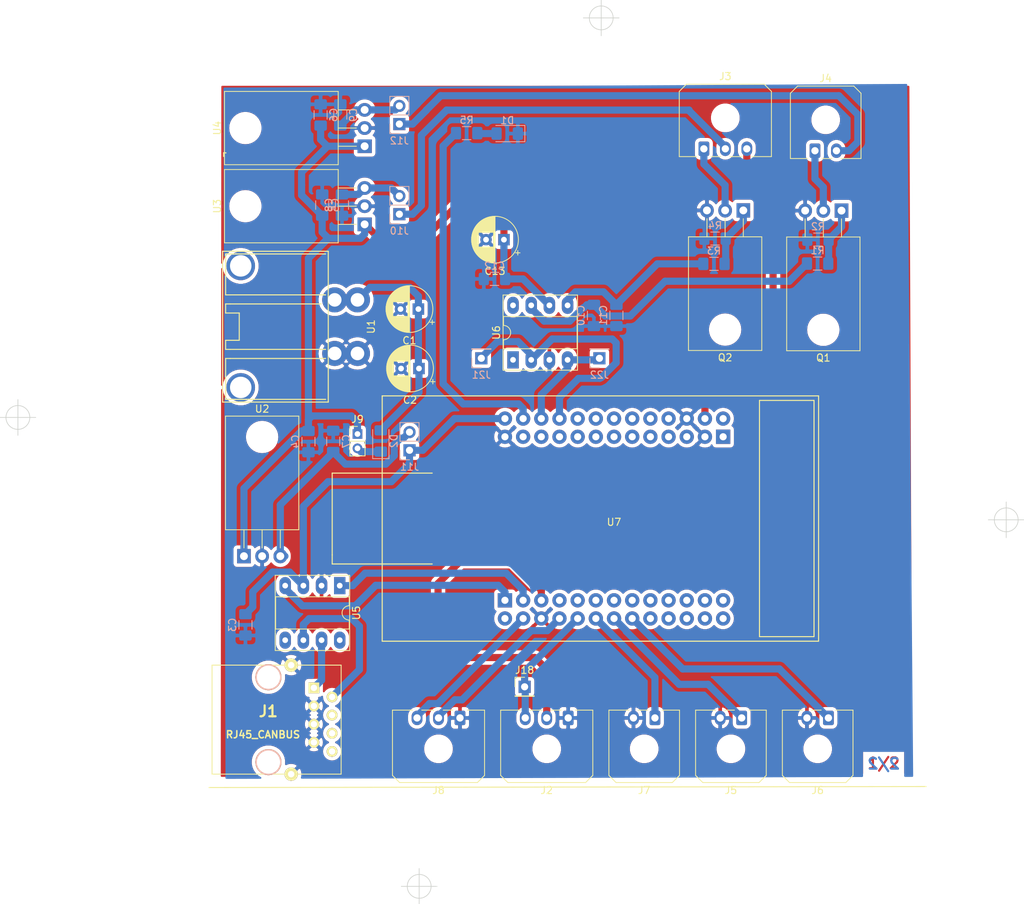
<source format=kicad_pcb>
(kicad_pcb (version 20171130) (host pcbnew "(5.1.0)-1")
  (layers (0 F.Cu signal) (31 B.Cu signal) (34 B.Paste user) (35 F.Paste user) (36 B.SilkS user) (37 F.SilkS user) (38 B.Mask user) (39 F.Mask user) (44 Edge.Cuts user))
  (net 0 "")
  (net 1 "Net-(C1-Pad1)")
  (net 2 GND)
  (net 3 +5V)
  (net 4 +15V)
  (net 5 "Net-(C7-Pad1)")
  (net 6 "Net-(C8-Pad1)")
  (net 7 "Net-(C9-Pad1)")
  (net 8 CLIM_CMD_HPWR)
  (net 9 SERVO_CMD_HPWR)
  (net 10 "Net-(D1-Pad2)")
  (net 11 "Net-(D2-Pad1)")
  (net 12 CANH)
  (net 13 CANL)
  (net 14 "Net-(J1-Pad4)")
  (net 15 "Net-(J1-Pad6)")
  (net 16 "Net-(J1-Pad8)")
  (net 17 SIGNAL_POTAR)
  (net 18 +3V3)
  (net 19 "Net-(J3-Pad1)")
  (net 20 +5VA)
  (net 21 PWM_SERVO)
  (net 22 +12VA)
  (net 23 "Net-(J4-Pad1)")
  (net 24 CLIM_SW)
  (net 25 LIGHTS_SW)
  (net 26 BRAKES_SW)
  (net 27 WIPER_SPEED_1)
  (net 28 WIPER_SPEED_2)
  (net 29 CLIM_CMD_LPWR)
  (net 30 SERVO_CMD_LPWR)
  (net 31 "Net-(Q1-Pad1)")
  (net 32 "Net-(Q2-Pad1)")
  (net 33 "Net-(R5-Pad2)")
  (net 34 "Net-(U5-Pad8)")
  (net 35 CANRX)
  (net 36 "Net-(U5-Pad5)")
  (net 37 CANTX)
  (net 38 "Net-(U6-Pad1)")
  (net 39 "Net-(U6-Pad8)")
  (net 40 "Net-(U7-Pad2)")
  (net 41 "Net-(U7-Pad7)")
  (net 42 "Net-(U7-Pad9)")
  (net 43 "Net-(U7-Pad11)")
  (net 44 "Net-(U7-Pad13)")
  (net 45 "Net-(U7-Pad15)")
  (net 46 "Net-(U7-Pad17)")
  (net 47 "Net-(U7-Pad18)")
  (net 48 "Net-(U7-Pad19)")
  (net 49 "Net-(U7-Pad20)")
  (net 50 "Net-(U7-Pad21)")
  (net 51 "Net-(U7-Pad23)")
  (net 52 "Net-(U7-Pad24)")
  (net 53 "Net-(U7-Pad25)")
  (net 54 "Net-(U7-Pad26)")
  (net 55 "Net-(U7-Pad27)")
  (net 56 "Net-(U7-Pad28)")
  (net 57 "Net-(U7-Pad31)")
  (net 58 "Net-(U7-Pad33)")
  (net 59 "Net-(U7-Pad34)")
  (net 60 "Net-(U7-Pad35)")
  (net 61 "Net-(U7-Pad36)")
  (net 62 "Net-(U7-Pad37)")
  (net 63 "Net-(U7-Pad38)")
  (net 64 "Net-(U7-Pad39)")
  (net 65 "Net-(U7-Pad40)")
  (net 66 "Net-(U7-Pad41)")
  (net 67 "Net-(U7-Pad42)")
  (net 68 "Net-(U7-Pad43)")
  (net 69 "Net-(U7-Pad44)")
  (net 70 "Net-(U7-Pad45)")
  (net 71 "Net-(U7-Pad47)")
  (net 72 "Net-(U7-Pad49)")
  (net 73 "Net-(U7-Pad22)")
  (module Capacitor_THT:CP_Radial_D6.3mm_P2.50mm (layer F.Cu) (at 97.66 61.49 180)
    (fp_text reference C1 (at 1.25 -4.4 180) (layer F.SilkS))
    (fp_text value 22uF)
    (pad 1 thru_hole rect (at 0 0 180) (size 1.6 1.6) (drill 0.8) (layers *.Cu *.Mask) (net 1 "Net-(C1-Pad1)"))
    (pad 2 thru_hole circle (at 2.5 0 180) (size 1.6 1.6) (drill 0.8) (layers *.Cu *.Mask) (net 2 GND))
  )
  (module Capacitor_THT:CP_Radial_D6.3mm_P2.50mm (layer F.Cu) (at 97.74 69.8 180)
    (fp_text reference C2 (at 1.25 -4.4 180) (layer F.SilkS))
    (fp_text value 1uF)
    (pad 2 thru_hole circle (at 2.5 0 180) (size 1.6 1.6) (drill 0.8) (layers *.Cu *.Mask) (net 2 GND))
    (pad 1 thru_hole rect (at 0 0 180) (size 1.6 1.6) (drill 0.8) (layers *.Cu *.Mask) (net 1 "Net-(C1-Pad1)"))
  )
  (module Capacitor_SMD:C_1206_3216Metric_Pad1.42x1.75mm_HandSolder (layer B.Cu) (at 73.5 105.63 270)
    (fp_text reference C3 (at 0 1.82 270) (layer B.SilkS) (effects (justify mirror)))
    (fp_text value 100nF)
    (pad 2 smd roundrect (at 1.4875 0 270) (size 1.425 1.75) (layers B.Cu B.Paste B.Mask) (roundrect_rratio 0.175439) (net 2 GND))
    (pad 1 smd roundrect (at -1.4875 0 270) (size 1.425 1.75) (layers B.Cu B.Paste B.Mask) (roundrect_rratio 0.175439) (net 3 +5V))
  )
  (module Capacitor_SMD:C_1206_3216Metric_Pad1.42x1.75mm_HandSolder (layer B.Cu) (at 82.3 80.02 270)
    (fp_text reference C4 (at 0 1.82 270) (layer B.SilkS) (effects (justify mirror)))
    (fp_text value 330nF)
    (pad 1 smd roundrect (at -1.4875 0 270) (size 1.425 1.75) (layers B.Cu B.Paste B.Mask) (roundrect_rratio 0.175439) (net 4 +15V))
    (pad 2 smd roundrect (at 1.4875 0 270) (size 1.425 1.75) (layers B.Cu B.Paste B.Mask) (roundrect_rratio 0.175439) (net 2 GND))
  )
  (module Capacitor_SMD:C_1206_3216Metric_Pad1.42x1.75mm_HandSolder (layer B.Cu) (at 84.22 46.955 90)
    (fp_text reference C5 (at 0 1.82 90) (layer B.SilkS) (effects (justify mirror)))
    (fp_text value 330nF)
    (pad 2 smd roundrect (at 1.4875 0 90) (size 1.425 1.75) (layers B.Cu B.Paste B.Mask) (roundrect_rratio 0.175439) (net 2 GND))
    (pad 1 smd roundrect (at -1.4875 0 90) (size 1.425 1.75) (layers B.Cu B.Paste B.Mask) (roundrect_rratio 0.175439) (net 4 +15V))
  )
  (module Capacitor_SMD:C_1206_3216Metric_Pad1.42x1.75mm_HandSolder (layer B.Cu) (at 84 34.355 90)
    (fp_text reference C6 (at 0 1.82 90) (layer B.SilkS) (effects (justify mirror)))
    (fp_text value 330nF)
    (pad 1 smd roundrect (at -1.4875 0 90) (size 1.425 1.75) (layers B.Cu B.Paste B.Mask) (roundrect_rratio 0.175439) (net 4 +15V))
    (pad 2 smd roundrect (at 1.4875 0 90) (size 1.425 1.75) (layers B.Cu B.Paste B.Mask) (roundrect_rratio 0.175439) (net 2 GND))
  )
  (module Capacitor_SMD:C_1206_3216Metric_Pad1.42x1.75mm_HandSolder (layer B.Cu) (at 85.76 79.98 90)
    (fp_text reference C7 (at 0 1.82 90) (layer B.SilkS) (effects (justify mirror)))
    (fp_text value 100nF)
    (pad 1 smd roundrect (at -1.4875 0 90) (size 1.425 1.75) (layers B.Cu B.Paste B.Mask) (roundrect_rratio 0.175439) (net 5 "Net-(C7-Pad1)"))
    (pad 2 smd roundrect (at 1.4875 0 90) (size 1.425 1.75) (layers B.Cu B.Paste B.Mask) (roundrect_rratio 0.175439) (net 2 GND))
  )
  (module Capacitor_SMD:C_1206_3216Metric_Pad1.42x1.75mm_HandSolder (layer B.Cu) (at 86.99 46.955 270)
    (fp_text reference C8 (at 0 1.82 270) (layer B.SilkS) (effects (justify mirror)))
    (fp_text value 100nF)
    (pad 1 smd roundrect (at -1.4875 0 270) (size 1.425 1.75) (layers B.Cu B.Paste B.Mask) (roundrect_rratio 0.175439) (net 6 "Net-(C8-Pad1)"))
    (pad 2 smd roundrect (at 1.4875 0 270) (size 1.425 1.75) (layers B.Cu B.Paste B.Mask) (roundrect_rratio 0.175439) (net 2 GND))
  )
  (module Capacitor_SMD:C_1206_3216Metric_Pad1.42x1.75mm_HandSolder (layer B.Cu) (at 86.75 34.355 90)
    (fp_text reference C9 (at 0 1.82 90) (layer B.SilkS) (effects (justify mirror)))
    (fp_text value 100nF)
    (pad 2 smd roundrect (at 1.4875 0 90) (size 1.425 1.75) (layers B.Cu B.Paste B.Mask) (roundrect_rratio 0.175439) (net 2 GND))
    (pad 1 smd roundrect (at -1.4875 0 90) (size 1.425 1.75) (layers B.Cu B.Paste B.Mask) (roundrect_rratio 0.175439) (net 7 "Net-(C9-Pad1)"))
  )
  (module Capacitor_SMD:C_1206_3216Metric_Pad1.42x1.75mm_HandSolder (layer B.Cu) (at 122.18 62.38 270)
    (fp_text reference C10 (at 0 1.82 270) (layer B.SilkS) (effects (justify mirror)))
    (fp_text value 1nF)
    (pad 2 smd roundrect (at 1.4875 0 270) (size 1.425 1.75) (layers B.Cu B.Paste B.Mask) (roundrect_rratio 0.175439) (net 2 GND))
    (pad 1 smd roundrect (at -1.4875 0 270) (size 1.425 1.75) (layers B.Cu B.Paste B.Mask) (roundrect_rratio 0.175439) (net 8 CLIM_CMD_HPWR))
  )
  (module Capacitor_SMD:C_1206_3216Metric_Pad1.42x1.75mm_HandSolder (layer B.Cu) (at 125.32 62.38 270)
    (fp_text reference C11 (at 0 1.82 270) (layer B.SilkS) (effects (justify mirror)))
    (fp_text value 1nF)
    (pad 2 smd roundrect (at 1.4875 0 270) (size 1.425 1.75) (layers B.Cu B.Paste B.Mask) (roundrect_rratio 0.175439) (net 2 GND))
    (pad 1 smd roundrect (at -1.4875 0 270) (size 1.425 1.75) (layers B.Cu B.Paste B.Mask) (roundrect_rratio 0.175439) (net 9 SERVO_CMD_HPWR))
  )
  (module Capacitor_SMD:C_1206_3216Metric_Pad1.42x1.75mm_HandSolder (layer B.Cu) (at 108.29 57.28 180)
    (fp_text reference C12 (at 0 1.82 180) (layer B.SilkS) (effects (justify mirror)))
    (fp_text value 100nF)
    (pad 1 smd roundrect (at -1.4875 0 180) (size 1.425 1.75) (layers B.Cu B.Paste B.Mask) (roundrect_rratio 0.175439) (net 4 +15V))
    (pad 2 smd roundrect (at 1.4875 0 180) (size 1.425 1.75) (layers B.Cu B.Paste B.Mask) (roundrect_rratio 0.175439) (net 2 GND))
  )
  (module Capacitor_THT:CP_Radial_D6.3mm_P2.50mm (layer F.Cu) (at 109.61 51.79 180)
    (fp_text reference C13 (at 1.25 -4.4 180) (layer F.SilkS))
    (fp_text value 1uF)
    (pad 1 thru_hole rect (at 0 0 180) (size 1.6 1.6) (drill 0.8) (layers *.Cu *.Mask) (net 4 +15V))
    (pad 2 thru_hole circle (at 2.5 0 180) (size 1.6 1.6) (drill 0.8) (layers *.Cu *.Mask) (net 2 GND))
  )
  (module Diode_SMD:D_1206_3216Metric_Pad1.42x1.75mm_HandSolder (layer B.Cu) (at 110.07 36.96 180)
    (fp_text reference D1 (at 0 1.82 180) (layer B.SilkS) (effects (justify mirror)))
    (fp_text value LED)
    (pad 2 smd roundrect (at 1.4875 0 180) (size 1.425 1.75) (layers B.Cu B.Paste B.Mask) (roundrect_rratio 0.175439) (net 10 "Net-(D1-Pad2)"))
    (pad 1 smd roundrect (at -1.4875 0 180) (size 1.425 1.75) (layers B.Cu B.Paste B.Mask) (roundrect_rratio 0.175439) (net 2 GND))
  )
  (module Diode_SMD:D_1206_3216Metric_Pad1.42x1.75mm_HandSolder (layer B.Cu) (at 92.41 79.9325 90)
    (fp_text reference D2 (at 0 1.82 90) (layer B.SilkS) (effects (justify mirror)))
    (fp_text value D)
    (pad 1 smd roundrect (at -1.4875 0 90) (size 1.425 1.75) (layers B.Cu B.Paste B.Mask) (roundrect_rratio 0.175439) (net 11 "Net-(D2-Pad1)"))
    (pad 2 smd roundrect (at 1.4875 0 90) (size 1.425 1.75) (layers B.Cu B.Paste B.Mask) (roundrect_rratio 0.175439) (net 1 "Net-(C1-Pad1)"))
  )
  (module TIM_Connectors_V5:RJ45_CAN (layer F.Cu) (at 76.71 118.88 270)
    (fp_text reference J1 (at -1.16 0.02) (layer F.SilkS) (effects (font (size 1.524 1.524) (thickness 0.3048))))
    (fp_text value RJ45_CANBUS (at 2.09 0.77) (layer F.SilkS) (effects (font (size 1.00076 1.00076) (thickness 0.2032))))
    (pad Hole np_thru_hole circle (at 5.93852 0 270) (size 3.64998 3.64998) (drill 3.2512) (layers *.Cu *.SilkS *.Mask))
    (pad Hole np_thru_hole circle (at -5.9309 0 270) (size 3.64998 3.64998) (drill 3.2512) (layers *.Cu *.SilkS *.Mask))
    (pad 1 thru_hole rect (at -4.445 -6.35 270) (size 1.50114 1.50114) (drill 0.89916) (layers *.Cu *.Mask F.SilkS) (net 12 CANH))
    (pad 2 thru_hole circle (at -3.175 -8.89 270) (size 1.50114 1.50114) (drill 0.89916) (layers *.Cu *.Mask F.SilkS) (net 13 CANL))
    (pad 3 thru_hole circle (at -1.905 -6.35 270) (size 1.50114 1.50114) (drill 0.89916) (layers *.Cu *.Mask F.SilkS) (net 2 GND))
    (pad 4 thru_hole circle (at -0.635 -8.89 270) (size 1.50114 1.50114) (drill 0.89916) (layers *.Cu *.Mask F.SilkS) (net 14 "Net-(J1-Pad4)"))
    (pad 5 thru_hole circle (at 0.635 -6.35 270) (size 1.50114 1.50114) (drill 0.89916) (layers *.Cu *.Mask F.SilkS) (net 2 GND))
    (pad 6 thru_hole circle (at 1.905 -8.89 270) (size 1.50114 1.50114) (drill 0.89916) (layers *.Cu *.Mask F.SilkS) (net 15 "Net-(J1-Pad6)"))
    (pad 7 thru_hole circle (at 3.175 -6.35 270) (size 1.50114 1.50114) (drill 0.89916) (layers *.Cu *.Mask F.SilkS) (net 2 GND))
    (pad 8 thru_hole circle (at 4.445 -8.89 270) (size 1.50114 1.50114) (drill 0.89916) (layers *.Cu *.Mask F.SilkS) (net 16 "Net-(J1-Pad8)"))
    (pad 9 thru_hole circle (at 7.62 -3.175 270) (size 1.85514 1.85514) (drill 0.89916) (layers *.Cu *.Mask F.SilkS) (net 2 GND))
    (pad 9 thru_hole circle (at -7.62 -3.175 270) (size 1.85514 1.85514) (drill 0.89916) (layers *.Cu *.Mask F.SilkS) (net 2 GND))
  )
  (module Connector_Molex:Molex_Micro-Fit_3.0_43650-0300_1x03_P3.00mm_Horizontal (layer F.Cu) (at 118.5875 118.64 180)
    (fp_text reference J2 (at 3 -10.12 180) (layer F.SilkS))
    (fp_text value Conn_01x03_Female_Potar)
    (pad 3 thru_hole oval (at 6 0 180) (size 1.5 2.02) (drill 1.02) (layers *.Cu *.Mask) (net 17 SIGNAL_POTAR))
    (pad 2 thru_hole oval (at 3 0 180) (size 1.5 2.02) (drill 1.02) (layers *.Cu *.Mask) (net 18 +3V3))
    (pad 1 thru_hole roundrect (at 0 0 180) (size 1.5 2.02) (drill 1.02) (layers *.Cu *.Mask) (roundrect_rratio 0.166667) (net 2 GND))
    (pad "" np_thru_hole circle (at 3 -4.32 180) (size 3 3) (drill 3) (layers *.Cu *.Mask))
  )
  (module Connector_Molex:Molex_Micro-Fit_3.0_43650-0300_1x03_P3.00mm_Horizontal (layer F.Cu) (at 137.54 39.09)
    (fp_text reference J3 (at 3 -10.12) (layer F.SilkS))
    (fp_text value Conn_01x03_Female_Servomotor)
    (pad "" np_thru_hole circle (at 3 -4.32) (size 3 3) (drill 3) (layers *.Cu *.Mask))
    (pad 1 thru_hole roundrect (at 0 0) (size 1.5 2.02) (drill 1.02) (layers *.Cu *.Mask) (roundrect_rratio 0.166667) (net 19 "Net-(J3-Pad1)"))
    (pad 2 thru_hole oval (at 3 0) (size 1.5 2.02) (drill 1.02) (layers *.Cu *.Mask) (net 20 +5VA))
    (pad 3 thru_hole oval (at 6 0) (size 1.5 2.02) (drill 1.02) (layers *.Cu *.Mask) (net 21 PWM_SERVO))
  )
  (module Connector_Molex:Molex_Micro-Fit_3.0_43650-0200_1x02_P3.00mm_Horizontal (layer F.Cu) (at 153.06 39.36)
    (fp_text reference J4 (at 1.5 -10.12) (layer F.SilkS))
    (fp_text value Conn_01x02_Female)
    (pad 2 thru_hole oval (at 3 0) (size 1.5 2.02) (drill 1.02) (layers *.Cu *.Mask) (net 22 +12VA))
    (pad 1 thru_hole roundrect (at 0 0) (size 1.5 2.02) (drill 1.02) (layers *.Cu *.Mask) (roundrect_rratio 0.166667) (net 23 "Net-(J4-Pad1)"))
    (pad "" np_thru_hole circle (at 1.5 -4.32) (size 3 3) (drill 3) (layers *.Cu *.Mask))
  )
  (module Connector_Molex:Molex_Micro-Fit_3.0_43650-0200_1x02_P3.00mm_Horizontal (layer F.Cu) (at 142.8225 118.64 180)
    (fp_text reference J5 (at 1.5 -10.12 180) (layer F.SilkS))
    (fp_text value Conn_01x02_Female)
    (pad 2 thru_hole oval (at 3 0 180) (size 1.5 2.02) (drill 1.02) (layers *.Cu *.Mask) (net 2 GND))
    (pad 1 thru_hole roundrect (at 0 0 180) (size 1.5 2.02) (drill 1.02) (layers *.Cu *.Mask) (roundrect_rratio 0.166667) (net 24 CLIM_SW))
    (pad "" np_thru_hole circle (at 1.5 -4.32 180) (size 3 3) (drill 3) (layers *.Cu *.Mask))
  )
  (module Connector_Molex:Molex_Micro-Fit_3.0_43650-0200_1x02_P3.00mm_Horizontal (layer F.Cu) (at 154.94 118.64 180)
    (fp_text reference J6 (at 1.5 -10.12 180) (layer F.SilkS))
    (fp_text value Conn_01x02_Female)
    (pad "" np_thru_hole circle (at 1.5 -4.32 180) (size 3 3) (drill 3) (layers *.Cu *.Mask))
    (pad 1 thru_hole roundrect (at 0 0 180) (size 1.5 2.02) (drill 1.02) (layers *.Cu *.Mask) (roundrect_rratio 0.166667) (net 25 LIGHTS_SW))
    (pad 2 thru_hole oval (at 3 0 180) (size 1.5 2.02) (drill 1.02) (layers *.Cu *.Mask) (net 2 GND))
  )
  (module Connector_Molex:Molex_Micro-Fit_3.0_43650-0200_1x02_P3.00mm_Horizontal (layer F.Cu) (at 130.705 118.64 180)
    (fp_text reference J7 (at 1.5 -10.12 180) (layer F.SilkS))
    (fp_text value Conn_01x02_Female)
    (pad "" np_thru_hole circle (at 1.5 -4.32 180) (size 3 3) (drill 3) (layers *.Cu *.Mask))
    (pad 1 thru_hole roundrect (at 0 0 180) (size 1.5 2.02) (drill 1.02) (layers *.Cu *.Mask) (roundrect_rratio 0.166667) (net 26 BRAKES_SW))
    (pad 2 thru_hole oval (at 3 0 180) (size 1.5 2.02) (drill 1.02) (layers *.Cu *.Mask) (net 2 GND))
  )
  (module Connector_Molex:Molex_Micro-Fit_3.0_43650-0300_1x03_P3.00mm_Horizontal (layer F.Cu) (at 103.47 118.64 180)
    (fp_text reference J8 (at 3 -10.12 180) (layer F.SilkS))
    (fp_text value Conn_01x03_Female)
    (pad "" np_thru_hole circle (at 3 -4.32 180) (size 3 3) (drill 3) (layers *.Cu *.Mask))
    (pad 1 thru_hole roundrect (at 0 0 180) (size 1.5 2.02) (drill 1.02) (layers *.Cu *.Mask) (roundrect_rratio 0.166667) (net 2 GND))
    (pad 2 thru_hole oval (at 3 0 180) (size 1.5 2.02) (drill 1.02) (layers *.Cu *.Mask) (net 27 WIPER_SPEED_1))
    (pad 3 thru_hole oval (at 6 0 180) (size 1.5 2.02) (drill 1.02) (layers *.Cu *.Mask) (net 28 WIPER_SPEED_2))
  )
  (module Connector_PinHeader_2.00mm:PinHeader_1x02_P2.00mm_Vertical (layer F.Cu) (at 89.15 78.955)
    (fp_text reference J9 (at 0 -2.06) (layer F.SilkS))
    (fp_text value Conn_01x02_Male)
    (pad 1 thru_hole rect (at 0 0) (size 1.35 1.35) (drill 0.8) (layers *.Cu *.Mask) (net 4 +15V))
    (pad 2 thru_hole oval (at 0 2) (size 1.35 1.35) (drill 0.8) (layers *.Cu *.Mask) (net 11 "Net-(D2-Pad1)"))
  )
  (module Connector_PinHeader_2.54mm:PinHeader_1x02_P2.54mm_Vertical (layer B.Cu) (at 95 48.23)
    (fp_text reference J10 (at 0 2.33) (layer B.SilkS) (effects (justify mirror)))
    (fp_text value Conn_01x02_Male)
    (pad 2 thru_hole oval (at 0 -2.54) (size 1.7 1.7) (drill 1) (layers *.Cu *.Mask) (net 6 "Net-(C8-Pad1)"))
    (pad 1 thru_hole rect (at 0 0) (size 1.7 1.7) (drill 1) (layers *.Cu *.Mask) (net 20 +5VA))
  )
  (module Connector_PinHeader_2.54mm:PinHeader_1x02_P2.54mm_Vertical (layer B.Cu) (at 96.42 81.23)
    (fp_text reference J11 (at 0 2.33) (layer B.SilkS) (effects (justify mirror)))
    (fp_text value Conn_01x02_Male)
    (pad 1 thru_hole rect (at 0 0) (size 1.7 1.7) (drill 1) (layers *.Cu *.Mask) (net 3 +5V))
    (pad 2 thru_hole oval (at 0 -2.54) (size 1.7 1.7) (drill 1) (layers *.Cu *.Mask) (net 5 "Net-(C7-Pad1)"))
  )
  (module Connector_PinHeader_2.54mm:PinHeader_1x02_P2.54mm_Vertical (layer B.Cu) (at 95 35.63)
    (fp_text reference J12 (at 0 2.33) (layer B.SilkS) (effects (justify mirror)))
    (fp_text value Conn_01x02_Male)
    (pad 1 thru_hole rect (at 0 0) (size 1.7 1.7) (drill 1) (layers *.Cu *.Mask) (net 22 +12VA))
    (pad 2 thru_hole oval (at 0 -2.54) (size 1.7 1.7) (drill 1) (layers *.Cu *.Mask) (net 7 "Net-(C9-Pad1)"))
  )
  (module Connector_PinHeader_2.54mm:PinHeader_1x01_P2.54mm_Vertical (layer F.Cu) (at 112.5 114.29)
    (fp_text reference J18 (at 0 -2.33) (layer F.SilkS))
    (fp_text value Conn_01x01_Female)
    (pad 1 thru_hole rect (at 0 0) (size 1.7 1.7) (drill 1) (layers *.Cu *.Mask) (net 17 SIGNAL_POTAR))
  )
  (module Connector_PinHeader_2.54mm:PinHeader_1x01_P2.54mm_Vertical (layer B.Cu) (at 106.45 68.37)
    (fp_text reference J21 (at 0 2.33) (layer B.SilkS) (effects (justify mirror)))
    (fp_text value Conn_01x01_Female)
    (pad 1 thru_hole rect (at 0 0) (size 1.7 1.7) (drill 1) (layers *.Cu *.Mask) (net 29 CLIM_CMD_LPWR))
  )
  (module Connector_PinHeader_2.54mm:PinHeader_1x01_P2.54mm_Vertical (layer B.Cu) (at 122.95 68.37)
    (fp_text reference J22 (at 0 2.33) (layer B.SilkS) (effects (justify mirror)))
    (fp_text value Conn_01x01_Female)
    (pad 1 thru_hole rect (at 0 0) (size 1.7 1.7) (drill 1) (layers *.Cu *.Mask) (net 30 SERVO_CMD_LPWR))
  )
  (module Package_TO_SOT_THT:TO-220-3_Horizontal_TabDown (layer F.Cu) (at 156.77 47.73 180)
    (fp_text reference Q1 (at 2.54 -20.58 180) (layer F.SilkS))
    (fp_text value IRFZ44Z)
    (pad 3 thru_hole oval (at 5.08 0 180) (size 1.905 2) (drill 1.1) (layers *.Cu *.Mask) (net 2 GND))
    (pad 2 thru_hole oval (at 2.54 0 180) (size 1.905 2) (drill 1.1) (layers *.Cu *.Mask) (net 23 "Net-(J4-Pad1)"))
    (pad 1 thru_hole rect (at 0 0 180) (size 1.905 2) (drill 1.1) (layers *.Cu *.Mask) (net 31 "Net-(Q1-Pad1)"))
    (pad "" np_thru_hole oval (at 2.54 -16.66 180) (size 3.5 3.5) (drill 3.5) (layers *.Cu *.Mask))
  )
  (module Package_TO_SOT_THT:TO-220-3_Horizontal_TabDown (layer F.Cu) (at 143.05 47.7 180)
    (fp_text reference Q2 (at 2.54 -20.58 180) (layer F.SilkS))
    (fp_text value IRFZ44Z)
    (pad 3 thru_hole oval (at 5.08 0 180) (size 1.905 2) (drill 1.1) (layers *.Cu *.Mask) (net 2 GND))
    (pad 2 thru_hole oval (at 2.54 0 180) (size 1.905 2) (drill 1.1) (layers *.Cu *.Mask) (net 19 "Net-(J3-Pad1)"))
    (pad 1 thru_hole rect (at 0 0 180) (size 1.905 2) (drill 1.1) (layers *.Cu *.Mask) (net 32 "Net-(Q2-Pad1)"))
    (pad "" np_thru_hole oval (at 2.54 -16.66 180) (size 3.5 3.5) (drill 3.5) (layers *.Cu *.Mask))
  )
  (module Resistor_SMD:R_1206_3216Metric_Pad1.42x1.75mm_HandSolder (layer B.Cu) (at 153.43 55.13 180)
    (fp_text reference R1 (at 0 1.82 180) (layer B.SilkS) (effects (justify mirror)))
    (fp_text value 10)
    (pad 2 smd roundrect (at 1.4875 0 180) (size 1.425 1.75) (layers B.Cu B.Paste B.Mask) (roundrect_rratio 0.175439) (net 8 CLIM_CMD_HPWR))
    (pad 1 smd roundrect (at -1.4875 0 180) (size 1.425 1.75) (layers B.Cu B.Paste B.Mask) (roundrect_rratio 0.175439) (net 31 "Net-(Q1-Pad1)"))
  )
  (module Resistor_SMD:R_1206_3216Metric_Pad1.42x1.75mm_HandSolder (layer B.Cu) (at 153.48 51.78 180)
    (fp_text reference R2 (at 0 1.82 180) (layer B.SilkS) (effects (justify mirror)))
    (fp_text value 10k)
    (pad 1 smd roundrect (at -1.4875 0 180) (size 1.425 1.75) (layers B.Cu B.Paste B.Mask) (roundrect_rratio 0.175439) (net 31 "Net-(Q1-Pad1)"))
    (pad 2 smd roundrect (at 1.4875 0 180) (size 1.425 1.75) (layers B.Cu B.Paste B.Mask) (roundrect_rratio 0.175439) (net 2 GND))
  )
  (module Resistor_SMD:R_1206_3216Metric_Pad1.42x1.75mm_HandSolder (layer B.Cu) (at 138.95 55.17 180)
    (fp_text reference R3 (at 0 1.82 180) (layer B.SilkS) (effects (justify mirror)))
    (fp_text value 10)
    (pad 2 smd roundrect (at 1.4875 0 180) (size 1.425 1.75) (layers B.Cu B.Paste B.Mask) (roundrect_rratio 0.175439) (net 9 SERVO_CMD_HPWR))
    (pad 1 smd roundrect (at -1.4875 0 180) (size 1.425 1.75) (layers B.Cu B.Paste B.Mask) (roundrect_rratio 0.175439) (net 32 "Net-(Q2-Pad1)"))
  )
  (module Resistor_SMD:R_1206_3216Metric_Pad1.42x1.75mm_HandSolder (layer B.Cu) (at 139.1 51.64 180)
    (fp_text reference R4 (at 0 1.82 180) (layer B.SilkS) (effects (justify mirror)))
    (fp_text value 10k)
    (pad 1 smd roundrect (at -1.4875 0 180) (size 1.425 1.75) (layers B.Cu B.Paste B.Mask) (roundrect_rratio 0.175439) (net 32 "Net-(Q2-Pad1)"))
    (pad 2 smd roundrect (at 1.4875 0 180) (size 1.425 1.75) (layers B.Cu B.Paste B.Mask) (roundrect_rratio 0.175439) (net 2 GND))
  )
  (module Resistor_SMD:R_1206_3216Metric_Pad1.42x1.75mm_HandSolder (layer B.Cu) (at 104.4 36.9 180)
    (fp_text reference R5 (at 0 1.82 180) (layer B.SilkS) (effects (justify mirror)))
    (fp_text value R)
    (pad 1 smd roundrect (at -1.4875 0 180) (size 1.425 1.75) (layers B.Cu B.Paste B.Mask) (roundrect_rratio 0.175439) (net 10 "Net-(D1-Pad2)"))
    (pad 2 smd roundrect (at 1.4875 0 180) (size 1.425 1.75) (layers B.Cu B.Paste B.Mask) (roundrect_rratio 0.175439) (net 33 "Net-(R5-Pad2)"))
  )
  (module TIM_Connectors_V5:MOLEX_SABRE_46007-1102 (layer F.Cu) (at 85.97 63.95 270)
    (fp_text reference U1 (at 0 -5.08 270) (layer F.SilkS))
    (fp_text value MOLEX_SABRE_46007-1102)
    (pad 2 thru_hole circle (at -3.745 0 270) (size 3.5 3.5) (drill 1.9) (layers *.Cu *.Mask) (net 1 "Net-(C1-Pad1)"))
    (pad 1 thru_hole circle (at 3.745 0 270) (size 3.5 3.5) (drill 1.9) (layers *.Cu *.Mask) (net 2 GND))
    (pad 2 thru_hole circle (at -3.745 -3.18 270) (size 3.5 3.5) (drill 1.9) (layers *.Cu *.Mask) (net 1 "Net-(C1-Pad1)"))
    (pad 1 thru_hole circle (at 3.745 -3.18 270) (size 3.5 3.5) (drill 1.9) (layers *.Cu *.Mask) (net 2 GND))
    (pad "" thru_hole circle (at -8.495 13.13 270) (size 4 4) (drill 3) (layers *.Cu *.Mask))
    (pad "" thru_hole circle (at 8.495 13.13 270) (size 4 4) (drill 3) (layers *.Cu *.Mask))
  )
  (module Package_TO_SOT_THT:TO-220-3_Horizontal_TabDown (layer F.Cu) (at 73.29 96.03)
    (fp_text reference U2 (at 2.54 -20.58) (layer F.SilkS))
    (fp_text value L7805)
    (pad "" np_thru_hole oval (at 2.54 -16.66) (size 3.5 3.5) (drill 3.5) (layers *.Cu *.Mask))
    (pad 1 thru_hole rect (at 0 0) (size 1.905 2) (drill 1.1) (layers *.Cu *.Mask) (net 4 +15V))
    (pad 2 thru_hole oval (at 2.54 0) (size 1.905 2) (drill 1.1) (layers *.Cu *.Mask) (net 2 GND))
    (pad 3 thru_hole oval (at 5.08 0) (size 1.905 2) (drill 1.1) (layers *.Cu *.Mask) (net 5 "Net-(C7-Pad1)"))
  )
  (module Package_TO_SOT_THT:TO-220-3_Horizontal_TabDown (layer F.Cu) (at 90.15 49.65 90)
    (fp_text reference U3 (at 2.54 -20.58 90) (layer F.SilkS))
    (fp_text value L7805)
    (pad "" np_thru_hole oval (at 2.54 -16.66 90) (size 3.5 3.5) (drill 3.5) (layers *.Cu *.Mask))
    (pad 1 thru_hole rect (at 0 0 90) (size 1.905 2) (drill 1.1) (layers *.Cu *.Mask) (net 4 +15V))
    (pad 2 thru_hole oval (at 2.54 0 90) (size 1.905 2) (drill 1.1) (layers *.Cu *.Mask) (net 2 GND))
    (pad 3 thru_hole oval (at 5.08 0 90) (size 1.905 2) (drill 1.1) (layers *.Cu *.Mask) (net 6 "Net-(C8-Pad1)"))
  )
  (module Package_TO_SOT_THT:TO-220-3_Horizontal_TabDown (layer F.Cu) (at 90.15 38.73 90)
    (fp_text reference U4 (at 2.54 -20.58 90) (layer F.SilkS))
    (fp_text value L7812)
    (pad "" np_thru_hole oval (at 2.54 -16.66 90) (size 3.5 3.5) (drill 3.5) (layers *.Cu *.Mask))
    (pad 1 thru_hole rect (at 0 0 90) (size 1.905 2) (drill 1.1) (layers *.Cu *.Mask) (net 4 +15V))
    (pad 2 thru_hole oval (at 2.54 0 90) (size 1.905 2) (drill 1.1) (layers *.Cu *.Mask) (net 2 GND))
    (pad 3 thru_hole oval (at 5.08 0 90) (size 1.905 2) (drill 1.1) (layers *.Cu *.Mask) (net 7 "Net-(C9-Pad1)"))
  )
  (module Package_DIP:DIP-8_W7.62mm_Socket_LongPads (layer F.Cu) (at 86.67 100.15 270)
    (fp_text reference U5 (at 3.81 -2.33 270) (layer F.SilkS))
    (fp_text value MCP2551-I-SN)
    (pad 8 thru_hole oval (at 7.62 0 270) (size 2.4 1.6) (drill 0.8) (layers *.Cu *.Mask) (net 34 "Net-(U5-Pad8)"))
    (pad 4 thru_hole oval (at 0 7.62 270) (size 2.4 1.6) (drill 0.8) (layers *.Cu *.Mask) (net 35 CANRX))
    (pad 7 thru_hole oval (at 7.62 2.54 270) (size 2.4 1.6) (drill 0.8) (layers *.Cu *.Mask) (net 12 CANH))
    (pad 3 thru_hole oval (at 0 5.08 270) (size 2.4 1.6) (drill 0.8) (layers *.Cu *.Mask) (net 3 +5V))
    (pad 6 thru_hole oval (at 7.62 5.08 270) (size 2.4 1.6) (drill 0.8) (layers *.Cu *.Mask) (net 13 CANL))
    (pad 2 thru_hole oval (at 0 2.54 270) (size 2.4 1.6) (drill 0.8) (layers *.Cu *.Mask) (net 2 GND))
    (pad 5 thru_hole oval (at 7.62 7.62 270) (size 2.4 1.6) (drill 0.8) (layers *.Cu *.Mask) (net 36 "Net-(U5-Pad5)"))
    (pad 1 thru_hole rect (at 0 0 270) (size 2.4 1.6) (drill 0.8) (layers *.Cu *.Mask) (net 37 CANTX))
  )
  (module Package_DIP:DIP-8_W7.62mm_Socket_LongPads (layer F.Cu) (at 110.88 68.59 90)
    (fp_text reference U6 (at 3.81 -2.33 90) (layer F.SilkS))
    (fp_text value TC4424)
    (pad 1 thru_hole rect (at 0 0 90) (size 2.4 1.6) (drill 0.8) (layers *.Cu *.Mask) (net 38 "Net-(U6-Pad1)"))
    (pad 5 thru_hole oval (at 7.62 7.62 90) (size 2.4 1.6) (drill 0.8) (layers *.Cu *.Mask) (net 9 SERVO_CMD_HPWR))
    (pad 2 thru_hole oval (at 0 2.54 90) (size 2.4 1.6) (drill 0.8) (layers *.Cu *.Mask) (net 29 CLIM_CMD_LPWR))
    (pad 6 thru_hole oval (at 7.62 5.08 90) (size 2.4 1.6) (drill 0.8) (layers *.Cu *.Mask) (net 4 +15V))
    (pad 3 thru_hole oval (at 0 5.08 90) (size 2.4 1.6) (drill 0.8) (layers *.Cu *.Mask) (net 2 GND))
    (pad 7 thru_hole oval (at 7.62 2.54 90) (size 2.4 1.6) (drill 0.8) (layers *.Cu *.Mask) (net 8 CLIM_CMD_HPWR))
    (pad 4 thru_hole oval (at 0 7.62 90) (size 2.4 1.6) (drill 0.8) (layers *.Cu *.Mask) (net 30 SERVO_CMD_LPWR))
    (pad 8 thru_hole oval (at 7.62 0 90) (size 2.4 1.6) (drill 0.8) (layers *.Cu *.Mask) (net 39 "Net-(U6-Pad8)"))
  )
  (module TIM_Microcontrollers_V5:STM32H103-OlimexBoard (layer F.Cu) (at 124.99 90.77)
    (fp_text reference U7 (at 0 0.5) (layer F.SilkS))
    (fp_text value STM32H103-OlimexBoard)
    (pad 1 thru_hole rect (at -15.24 11.43) (size 2 2) (drill 1) (layers *.Cu *.Mask) (net 35 CANRX))
    (pad 2 thru_hole circle (at -15.24 13.97) (size 2 2) (drill 1) (layers *.Cu *.Mask) (net 40 "Net-(U7-Pad2)"))
    (pad 3 thru_hole circle (at -12.7 11.43) (size 2 2) (drill 1) (layers *.Cu *.Mask) (net 37 CANTX))
    (pad 4 thru_hole circle (at -12.7 13.97) (size 2 2) (drill 1) (layers *.Cu *.Mask) (net 28 WIPER_SPEED_2))
    (pad 5 thru_hole circle (at -10.16 11.43) (size 2 2) (drill 1) (layers *.Cu *.Mask) (net 18 +3V3))
    (pad 6 thru_hole circle (at -10.16 13.97) (size 2 2) (drill 1) (layers *.Cu *.Mask) (net 2 GND))
    (pad 7 thru_hole circle (at -7.62 11.43) (size 2 2) (drill 1) (layers *.Cu *.Mask) (net 41 "Net-(U7-Pad7)"))
    (pad 8 thru_hole circle (at -7.62 13.97) (size 2 2) (drill 1) (layers *.Cu *.Mask) (net 27 WIPER_SPEED_1))
    (pad 9 thru_hole circle (at -5.08 11.43) (size 2 2) (drill 1) (layers *.Cu *.Mask) (net 42 "Net-(U7-Pad9)"))
    (pad 10 thru_hole circle (at -5.08 13.97) (size 2 2) (drill 1) (layers *.Cu *.Mask) (net 17 SIGNAL_POTAR))
    (pad 11 thru_hole circle (at -2.54 11.43) (size 2 2) (drill 1) (layers *.Cu *.Mask) (net 43 "Net-(U7-Pad11)"))
    (pad 12 thru_hole circle (at -2.54 13.97) (size 2 2) (drill 1) (layers *.Cu *.Mask) (net 26 BRAKES_SW))
    (pad 13 thru_hole circle (at 0 11.43) (size 2 2) (drill 1) (layers *.Cu *.Mask) (net 44 "Net-(U7-Pad13)"))
    (pad 14 thru_hole circle (at 0 13.97) (size 2 2) (drill 1) (layers *.Cu *.Mask) (net 24 CLIM_SW))
    (pad 15 thru_hole circle (at 2.54 11.43) (size 2 2) (drill 1) (layers *.Cu *.Mask) (net 45 "Net-(U7-Pad15)"))
    (pad 16 thru_hole circle (at 2.54 13.97) (size 2 2) (drill 1) (layers *.Cu *.Mask) (net 25 LIGHTS_SW))
    (pad 17 thru_hole circle (at 5.08 11.43) (size 2 2) (drill 1) (layers *.Cu *.Mask) (net 46 "Net-(U7-Pad17)"))
    (pad 18 thru_hole circle (at 5.08 13.97) (size 2 2) (drill 1) (layers *.Cu *.Mask) (net 47 "Net-(U7-Pad18)"))
    (pad 19 thru_hole circle (at 7.62 11.43) (size 2 2) (drill 1) (layers *.Cu *.Mask) (net 48 "Net-(U7-Pad19)"))
    (pad 20 thru_hole circle (at 7.62 13.97) (size 2 2) (drill 1) (layers *.Cu *.Mask) (net 49 "Net-(U7-Pad20)"))
    (pad 21 thru_hole circle (at 10.16 11.43) (size 2 2) (drill 1) (layers *.Cu *.Mask) (net 50 "Net-(U7-Pad21)"))
    (pad 22 thru_hole circle (at 10.16 13.97) (size 2 2) (drill 1) (layers *.Cu *.Mask) (net 73 "Net-(U7-Pad22)"))
    (pad 23 thru_hole circle (at 12.7 11.43) (size 2 2) (drill 1) (layers *.Cu *.Mask) (net 51 "Net-(U7-Pad23)"))
    (pad 24 thru_hole circle (at 12.7 13.97) (size 2 2) (drill 1) (layers *.Cu *.Mask) (net 52 "Net-(U7-Pad24)"))
    (pad 25 thru_hole circle (at 15.24 11.43) (size 2 2) (drill 1) (layers *.Cu *.Mask) (net 53 "Net-(U7-Pad25)"))
    (pad 26 thru_hole circle (at 15.24 13.97) (size 2 2) (drill 1) (layers *.Cu *.Mask) (net 54 "Net-(U7-Pad26)"))
    (pad 27 thru_hole rect (at 15.24 -11.43) (size 2 2) (drill 1) (layers *.Cu *.Mask) (net 55 "Net-(U7-Pad27)"))
    (pad 28 thru_hole circle (at 15.24 -13.97) (size 2 2) (drill 1) (layers *.Cu *.Mask) (net 56 "Net-(U7-Pad28)"))
    (pad 29 thru_hole circle (at 12.7 -11.43) (size 2 2) (drill 1) (layers *.Cu *.Mask) (net 2 GND))
    (pad 30 thru_hole circle (at 12.7 -13.97) (size 2 2) (drill 1) (layers *.Cu *.Mask) (net 21 PWM_SERVO))
    (pad 31 thru_hole circle (at 10.16 -11.43) (size 2 2) (drill 1) (layers *.Cu *.Mask) (net 57 "Net-(U7-Pad31)"))
    (pad 32 thru_hole circle (at 10.16 -13.97) (size 2 2) (drill 1) (layers *.Cu *.Mask) (net 2 GND))
    (pad 33 thru_hole circle (at 7.62 -11.43) (size 2 2) (drill 1) (layers *.Cu *.Mask) (net 58 "Net-(U7-Pad33)"))
    (pad 34 thru_hole circle (at 7.62 -13.97) (size 2 2) (drill 1) (layers *.Cu *.Mask) (net 59 "Net-(U7-Pad34)"))
    (pad 35 thru_hole circle (at 5.08 -11.43) (size 2 2) (drill 1) (layers *.Cu *.Mask) (net 60 "Net-(U7-Pad35)"))
    (pad 36 thru_hole circle (at 5.08 -13.97) (size 2 2) (drill 1) (layers *.Cu *.Mask) (net 61 "Net-(U7-Pad36)"))
    (pad 37 thru_hole circle (at 2.54 -11.43) (size 2 2) (drill 1) (layers *.Cu *.Mask) (net 62 "Net-(U7-Pad37)"))
    (pad 38 thru_hole circle (at 2.54 -13.97) (size 2 2) (drill 1) (layers *.Cu *.Mask) (net 63 "Net-(U7-Pad38)"))
    (pad 39 thru_hole circle (at 0 -11.43) (size 2 2) (drill 1) (layers *.Cu *.Mask) (net 64 "Net-(U7-Pad39)"))
    (pad 40 thru_hole circle (at 0 -13.97) (size 2 2) (drill 1) (layers *.Cu *.Mask) (net 65 "Net-(U7-Pad40)"))
    (pad 41 thru_hole circle (at -2.54 -11.43) (size 2 2) (drill 1) (layers *.Cu *.Mask) (net 66 "Net-(U7-Pad41)"))
    (pad 42 thru_hole circle (at -2.54 -13.97) (size 2 2) (drill 1) (layers *.Cu *.Mask) (net 67 "Net-(U7-Pad42)"))
    (pad 43 thru_hole circle (at -5.08 -11.43) (size 2 2) (drill 1) (layers *.Cu *.Mask) (net 68 "Net-(U7-Pad43)"))
    (pad 44 thru_hole circle (at -5.08 -13.97) (size 2 2) (drill 1) (layers *.Cu *.Mask) (net 69 "Net-(U7-Pad44)"))
    (pad 45 thru_hole circle (at -7.62 -11.43) (size 2 2) (drill 1) (layers *.Cu *.Mask) (net 70 "Net-(U7-Pad45)"))
    (pad 46 thru_hole circle (at -7.62 -13.97) (size 2 2) (drill 1) (layers *.Cu *.Mask) (net 29 CLIM_CMD_LPWR))
    (pad 47 thru_hole circle (at -10.16 -11.43) (size 2 2) (drill 1) (layers *.Cu *.Mask) (net 71 "Net-(U7-Pad47)"))
    (pad 48 thru_hole circle (at -10.16 -13.97) (size 2 2) (drill 1) (layers *.Cu *.Mask) (net 30 SERVO_CMD_LPWR))
    (pad 49 thru_hole circle (at -12.7 -11.43) (size 2 2) (drill 1) (layers *.Cu *.Mask) (net 72 "Net-(U7-Pad49)"))
    (pad 50 thru_hole circle (at -12.7 -13.97) (size 2 2) (drill 1) (layers *.Cu *.Mask) (net 33 "Net-(R5-Pad2)"))
    (pad 51 thru_hole circle (at -15.24 -11.43) (size 2 2) (drill 1) (layers *.Cu *.Mask) (net 2 GND))
    (pad 52 thru_hole circle (at -15.24 -13.97) (size 2 2) (drill 1) (layers *.Cu *.Mask) (net 3 +5V))
  )
  (gr_text 1/2 (at 162.66 124.98) (layer F.Cu) (effects (font (size 1.5 1.5) (thickness 0.3))))
  (target plus (at 123.2 20.79) (size 5) (width 0.1) (layer Edge.Cuts))
  (target plus (at 97.77 142.18) (size 5) (width 0.1) (layer Edge.Cuts))
  (target plus (at 41.71 76.64) (size 5) (width 0.1) (layer Edge.Cuts))
  (target plus (at 179.78 90.95) (size 5) (width 0.1) (layer Edge.Cuts))
  (gr_text 2/2 (at 162.65 125.05) (layer B.Cu) (effects (font (size 1.5 1.5) (thickness 0.3)) (justify mirror)))
  (gr_line (start 70.45 39.64) (end 70.78 39.66) (layer F.SilkS) (width 0.15))
  (gr_line (start 70.45 40.16) (end 70.45 39.64) (layer F.SilkS) (width 0.15))
  (gr_line (start 168.58 128.23) (end 68.42 128.37) (layer F.SilkS) (width 0.15))
  (segment (start 85.97 60.205) (end 89.15 60.205) (width 1) (layer B.Cu) (net 1))
  (segment (start 97.66 59.69) (end 97.66 61.49) (width 1) (layer B.Cu) (net 1))
  (segment (start 96.425001 58.455001) (end 97.66 59.69) (width 1) (layer B.Cu) (net 1))
  (segment (start 90.899999 58.455001) (end 96.425001 58.455001) (width 1) (layer B.Cu) (net 1))
  (segment (start 89.15 60.205) (end 90.899999 58.455001) (width 1) (layer B.Cu) (net 1))
  (segment (start 97.66 69.72) (end 97.74 69.8) (width 1) (layer B.Cu) (net 1))
  (segment (start 97.66 61.49) (end 97.66 69.72) (width 1) (layer B.Cu) (net 1))
  (segment (start 97.74 73.115) (end 92.41 78.445) (width 1) (layer B.Cu) (net 1))
  (segment (start 97.74 69.8) (end 97.74 73.115) (width 1) (layer B.Cu) (net 1))
  (segment (start 102.7 76.8) (end 109.75 76.8) (width 1) (layer B.Cu) (net 3))
  (segment (start 96.42 81.23) (end 98.27 81.23) (width 1) (layer B.Cu) (net 3))
  (segment (start 98.27 81.23) (end 102.7 76.8) (width 1) (layer B.Cu) (net 3))
  (segment (start 96.42 83.08) (end 93.88 85.62) (width 1) (layer B.Cu) (net 3))
  (segment (start 96.42 81.23) (end 96.42 83.08) (width 1) (layer B.Cu) (net 3))
  (segment (start 93.88 85.62) (end 85.04 85.62) (width 1) (layer B.Cu) (net 3))
  (segment (start 81.59 89.07) (end 81.59 100.15) (width 1) (layer B.Cu) (net 3))
  (segment (start 85.04 85.62) (end 81.59 89.07) (width 1) (layer B.Cu) (net 3))
  (segment (start 74.51998 103.12252) (end 73.5 104.1425) (width 1) (layer B.Cu) (net 3))
  (segment (start 74.51998 101.01) (end 74.51998 103.12252) (width 1) (layer B.Cu) (net 3))
  (segment (start 77.27999 98.24999) (end 74.51998 101.01) (width 1) (layer B.Cu) (net 3))
  (segment (start 79.671324 98.24999) (end 77.27999 98.24999) (width 1) (layer B.Cu) (net 3))
  (segment (start 81.59 100.15) (end 81.571334 100.15) (width 1) (layer B.Cu) (net 3))
  (segment (start 81.571334 100.15) (end 79.671324 98.24999) (width 1) (layer B.Cu) (net 3))
  (segment (start 85.0825 51.6025) (end 89.5475 51.6025) (width 1) (layer B.Cu) (net 4))
  (segment (start 84.22 48.4425) (end 84.22 50.74) (width 1) (layer B.Cu) (net 4))
  (segment (start 84.22 50.74) (end 85.0825 51.6025) (width 1) (layer B.Cu) (net 4))
  (segment (start 90.15 51) (end 89.5475 51.6025) (width 1) (layer B.Cu) (net 4))
  (segment (start 90.15 49.65) (end 90.15 51) (width 1) (layer B.Cu) (net 4))
  (segment (start 85.0825 51.6025) (end 85.0275 51.6025) (width 1) (layer B.Cu) (net 4))
  (segment (start 85.0275 51.6025) (end 84.2 52.43) (width 1) (layer B.Cu) (net 4))
  (segment (start 90.15 38.73) (end 84.94 38.73) (width 1) (layer B.Cu) (net 4))
  (segment (start 84 37.79) (end 84 35.8425) (width 1) (layer B.Cu) (net 4))
  (segment (start 84.94 38.73) (end 84 37.79) (width 1) (layer B.Cu) (net 4))
  (segment (start 89.15 77.28) (end 89.15 78.955) (width 1) (layer B.Cu) (net 4))
  (segment (start 88.3 76.43) (end 89.15 77.28) (width 1) (layer B.Cu) (net 4))
  (segment (start 82.79 76.43) (end 88.3 76.43) (width 1) (layer B.Cu) (net 4))
  (segment (start 82.3 76.92) (end 82.79 76.43) (width 1) (layer B.Cu) (net 4))
  (segment (start 82.3 78.5325) (end 82.3 76.92) (width 1) (layer B.Cu) (net 4))
  (segment (start 73.29 94.03) (end 73.29 96.03) (width 1) (layer B.Cu) (net 4))
  (segment (start 73.29 86.5675) (end 73.29 94.03) (width 1) (layer B.Cu) (net 4))
  (segment (start 81.325 78.5325) (end 73.29 86.5675) (width 1) (layer B.Cu) (net 4))
  (segment (start 82.3 78.5325) (end 81.325 78.5325) (width 1) (layer B.Cu) (net 4))
  (segment (start 82.3 54.385) (end 85.0825 51.6025) (width 1) (layer B.Cu) (net 4))
  (segment (start 82.3 78.5325) (end 82.3 54.385) (width 1) (layer B.Cu) (net 4))
  (segment (start 84.94 38.76) (end 81.34 42.36) (width 1) (layer B.Cu) (net 4))
  (segment (start 84.94 38.73) (end 84.94 38.76) (width 1) (layer B.Cu) (net 4))
  (segment (start 81.34 45.5625) (end 81.34 44.14) (width 1) (layer B.Cu) (net 4))
  (segment (start 84.22 48.4425) (end 81.34 45.5625) (width 1) (layer B.Cu) (net 4))
  (segment (start 81.34 42.36) (end 81.34 44.14) (width 1) (layer B.Cu) (net 4))
  (segment (start 109.61 57.1125) (end 109.7775 57.28) (width 1) (layer B.Cu) (net 4))
  (segment (start 109.61 51.79) (end 109.61 57.1125) (width 1) (layer B.Cu) (net 4))
  (segment (start 112.27 57.28) (end 115.96 60.97) (width 1) (layer B.Cu) (net 4))
  (segment (start 109.7775 57.28) (end 112.27 57.28) (width 1) (layer B.Cu) (net 4))
  (segment (start 90.1975 49.65) (end 92.1475 51.6) (width 1) (layer F.Cu) (net 4))
  (segment (start 90.15 49.65) (end 90.1975 49.65) (width 1) (layer F.Cu) (net 4))
  (segment (start 92.1475 51.6) (end 98.48 51.6) (width 1) (layer F.Cu) (net 4))
  (segment (start 98.48 51.6) (end 102.97 47.11) (width 1) (layer F.Cu) (net 4))
  (segment (start 109.61 49.99) (end 109.61 51.79) (width 1) (layer F.Cu) (net 4))
  (segment (start 106.73 47.11) (end 109.61 49.99) (width 1) (layer F.Cu) (net 4))
  (segment (start 102.97 47.11) (end 106.73 47.11) (width 1) (layer F.Cu) (net 4))
  (segment (start 78.37 96.03) (end 79.0125 96.03) (width 1) (layer B.Cu) (net 5))
  (segment (start 78.37 88.8575) (end 85.76 81.4675) (width 1) (layer B.Cu) (net 5))
  (segment (start 78.37 96.03) (end 78.37 88.8575) (width 1) (layer B.Cu) (net 5))
  (segment (start 95.149999 79.539999) (end 94.28 80.409998) (width 1) (layer B.Cu) (net 5))
  (segment (start 96.42 78.69) (end 95.570001 79.539999) (width 1) (layer B.Cu) (net 5))
  (segment (start 95.570001 79.539999) (end 95.149999 79.539999) (width 1) (layer B.Cu) (net 5))
  (segment (start 94.28 81.98102) (end 93.10102 83.16) (width 1) (layer B.Cu) (net 5))
  (segment (start 94.28 80.409998) (end 94.28 81.98102) (width 1) (layer B.Cu) (net 5))
  (segment (start 87.4525 83.16) (end 85.76 81.4675) (width 1) (layer B.Cu) (net 5))
  (segment (start 93.10102 83.16) (end 87.4525 83.16) (width 1) (layer B.Cu) (net 5))
  (segment (start 89.2525 45.4675) (end 90.15 44.57) (width 1) (layer B.Cu) (net 6))
  (segment (start 86.99 45.4675) (end 89.2525 45.4675) (width 1) (layer B.Cu) (net 6))
  (segment (start 93.88 44.57) (end 95 45.69) (width 1) (layer B.Cu) (net 6))
  (segment (start 90.15 44.57) (end 93.88 44.57) (width 1) (layer B.Cu) (net 6))
  (segment (start 88.9425 33.65) (end 86.75 35.8425) (width 1) (layer B.Cu) (net 7))
  (segment (start 90.15 33.65) (end 88.9425 33.65) (width 1) (layer B.Cu) (net 7))
  (segment (start 94.44 33.65) (end 95 33.09) (width 1) (layer B.Cu) (net 7))
  (segment (start 90.15 33.65) (end 94.44 33.65) (width 1) (layer B.Cu) (net 7))
  (segment (start 122.18 60.8925) (end 121.205 60.8925) (width 1) (layer B.Cu) (net 8))
  (segment (start 121.205 60.8925) (end 120.78 61.3175) (width 1) (layer B.Cu) (net 8))
  (segment (start 120.78 61.3175) (end 120.673834 61.3175) (width 1) (layer B.Cu) (net 8))
  (segment (start 120.673834 61.3175) (end 118.821334 63.17) (width 1) (layer B.Cu) (net 8))
  (segment (start 118.821334 63.17) (end 115.22 63.17) (width 1) (layer B.Cu) (net 8))
  (segment (start 113.42 61.37) (end 113.42 60.97) (width 1) (layer B.Cu) (net 8))
  (segment (start 115.22 63.17) (end 113.42 61.37) (width 1) (layer B.Cu) (net 8))
  (segment (start 149.4725 57.6) (end 151.9425 55.13) (width 1) (layer B.Cu) (net 8))
  (segment (start 132.12 57.6) (end 149.4725 57.6) (width 1) (layer B.Cu) (net 8))
  (segment (start 127.26501 62.45499) (end 132.12 57.6) (width 1) (layer B.Cu) (net 8))
  (segment (start 123.74249 62.45499) (end 127.26501 62.45499) (width 1) (layer B.Cu) (net 8))
  (segment (start 122.18 60.8925) (end 123.74249 62.45499) (width 1) (layer B.Cu) (net 8))
  (segment (start 131.0425 55.17) (end 125.32 60.8925) (width 1) (layer B.Cu) (net 9))
  (segment (start 137.4625 55.17) (end 131.0425 55.17) (width 1) (layer B.Cu) (net 9))
  (segment (start 125.32 60.8925) (end 123.51 59.0825) (width 1) (layer B.Cu) (net 9))
  (segment (start 123.51 59.0825) (end 119.6075 59.0825) (width 1) (layer B.Cu) (net 9))
  (segment (start 118.5 60.19) (end 118.5 60.97) (width 1) (layer B.Cu) (net 9))
  (segment (start 119.6075 59.0825) (end 118.5 60.19) (width 1) (layer B.Cu) (net 9))
  (segment (start 105.9475 36.96) (end 105.8875 36.9) (width 1) (layer B.Cu) (net 10))
  (segment (start 108.5825 36.96) (end 105.9475 36.96) (width 1) (layer B.Cu) (net 10))
  (segment (start 89.615 81.42) (end 89.15 80.955) (width 1) (layer B.Cu) (net 11))
  (segment (start 92.41 81.42) (end 89.615 81.42) (width 1) (layer B.Cu) (net 11))
  (segment (start 84.13 113.365) (end 83.06 114.435) (width 1) (layer B.Cu) (net 12))
  (segment (start 84.13 107.77) (end 84.13 113.365) (width 1) (layer B.Cu) (net 12))
  (segment (start 81.59 105.57) (end 82.4 104.76) (width 1) (layer B.Cu) (net 13))
  (segment (start 81.59 107.77) (end 81.59 105.57) (width 1) (layer B.Cu) (net 13))
  (segment (start 82.4 104.76) (end 88.35 104.76) (width 1) (layer B.Cu) (net 13))
  (segment (start 88.35 104.76) (end 89.42 105.83) (width 1) (layer B.Cu) (net 13))
  (segment (start 89.42 111.885) (end 85.6 115.705) (width 1) (layer B.Cu) (net 13))
  (segment (start 89.42 105.83) (end 89.42 111.885) (width 1) (layer B.Cu) (net 13))
  (segment (start 112.5875 114.3775) (end 112.5 114.29) (width 1) (layer B.Cu) (net 17))
  (segment (start 112.5875 118.64) (end 112.5875 114.3775) (width 1) (layer B.Cu) (net 17))
  (segment (start 112.5 112.15) (end 119.91 104.74) (width 1) (layer B.Cu) (net 17))
  (segment (start 112.5 114.29) (end 112.5 112.15) (width 1) (layer B.Cu) (net 17))
  (segment (start 114.83 100.785787) (end 110.784213 96.74) (width 1) (layer F.Cu) (net 18))
  (segment (start 114.83 102.2) (end 114.83 100.785787) (width 1) (layer F.Cu) (net 18))
  (segment (start 110.784213 96.74) (end 103.51 96.74) (width 1) (layer F.Cu) (net 18))
  (segment (start 103.51 96.74) (end 100.41 99.84) (width 1) (layer F.Cu) (net 18))
  (segment (start 100.41 99.84) (end 100.41 106.28) (width 1) (layer F.Cu) (net 18))
  (segment (start 100.41 106.28) (end 104.33 110.2) (width 1) (layer F.Cu) (net 18))
  (segment (start 104.33 110.2) (end 113.93 110.2) (width 1) (layer F.Cu) (net 18))
  (segment (start 115.5875 111.8575) (end 115.5875 118.64) (width 1) (layer F.Cu) (net 18))
  (segment (start 113.93 110.2) (end 115.5875 111.8575) (width 1) (layer F.Cu) (net 18))
  (segment (start 140.51 44.19) (end 137.54 41.22) (width 1) (layer B.Cu) (net 19))
  (segment (start 140.51 47.7) (end 140.51 44.19) (width 1) (layer B.Cu) (net 19))
  (segment (start 137.54 39.09) (end 137.54 41.22) (width 1) (layer B.Cu) (net 19))
  (segment (start 95 48.23) (end 96.85 48.23) (width 1) (layer B.Cu) (net 20))
  (segment (start 96.85 48.23) (end 98.08 47) (width 1) (layer B.Cu) (net 20))
  (segment (start 98.08 47) (end 98.08 37.2) (width 1) (layer B.Cu) (net 20))
  (segment (start 98.08 37.2) (end 101.6 33.68) (width 1) (layer B.Cu) (net 20))
  (segment (start 101.6 33.68) (end 135.47 33.68) (width 1) (layer B.Cu) (net 20))
  (segment (start 140.54 38.83) (end 140.54 39.09) (width 1) (layer B.Cu) (net 20))
  (segment (start 135.47 33.76) (end 140.54 38.83) (width 1) (layer B.Cu) (net 20))
  (segment (start 135.47 33.68) (end 135.47 33.76) (width 1) (layer B.Cu) (net 20))
  (segment (start 137.69 74) (end 137.69 76.8) (width 1) (layer F.Cu) (net 21))
  (segment (start 143.54 39.09) (end 143.54 41.1) (width 1) (layer F.Cu) (net 21))
  (segment (start 147.21 44.77) (end 147.21 69.02) (width 1) (layer F.Cu) (net 21))
  (segment (start 147.21 69.02) (end 143.88 72.35) (width 1) (layer F.Cu) (net 21))
  (segment (start 143.88 72.35) (end 139.34 72.35) (width 1) (layer F.Cu) (net 21))
  (segment (start 143.54 41.1) (end 147.21 44.77) (width 1) (layer F.Cu) (net 21))
  (segment (start 139.34 72.35) (end 137.69 74) (width 1) (layer F.Cu) (net 21))
  (segment (start 157.81 39.36) (end 156.06 39.36) (width 1) (layer B.Cu) (net 22))
  (segment (start 159.05 38.12) (end 157.81 39.36) (width 1) (layer B.Cu) (net 22))
  (segment (start 159.05 34.32) (end 159.05 38.12) (width 1) (layer B.Cu) (net 22))
  (segment (start 95 35.63) (end 96.85 35.63) (width 1) (layer B.Cu) (net 22))
  (segment (start 96.85 35.63) (end 98.77 33.71) (width 1) (layer B.Cu) (net 22))
  (segment (start 98.77 33.68) (end 100.78 31.67) (width 1) (layer B.Cu) (net 22))
  (segment (start 100.78 31.67) (end 156.4 31.67) (width 1) (layer B.Cu) (net 22))
  (segment (start 98.77 33.71) (end 98.77 33.68) (width 1) (layer B.Cu) (net 22))
  (segment (start 156.4 31.67) (end 159.05 34.32) (width 1) (layer B.Cu) (net 22))
  (segment (start 153.06 39.36) (end 153.06 43.28) (width 1) (layer B.Cu) (net 23))
  (segment (start 154.23 44.45) (end 154.23 47.73) (width 1) (layer B.Cu) (net 23))
  (segment (start 153.06 43.28) (end 154.23 44.45) (width 1) (layer B.Cu) (net 23))
  (segment (start 126.690001 106.440001) (end 126.690001 106.540001) (width 1) (layer B.Cu) (net 24))
  (segment (start 124.99 104.74) (end 126.690001 106.440001) (width 1) (layer B.Cu) (net 24))
  (segment (start 126.690001 106.540001) (end 134.1 113.95) (width 1) (layer B.Cu) (net 24))
  (segment (start 138.1325 113.95) (end 142.8225 118.64) (width 1) (layer B.Cu) (net 24))
  (segment (start 134.1 113.95) (end 138.1325 113.95) (width 1) (layer B.Cu) (net 24))
  (segment (start 127.53 104.74) (end 134.58 111.79) (width 1) (layer B.Cu) (net 25))
  (segment (start 148.09 111.79) (end 153.91 117.61) (width 1) (layer B.Cu) (net 25))
  (segment (start 134.58 111.79) (end 148.09 111.79) (width 1) (layer B.Cu) (net 25))
  (segment (start 153.91 117.61) (end 154.94 118.64) (width 1) (layer B.Cu) (net 25))
  (segment (start 130.705 112.995) (end 122.45 104.74) (width 1) (layer B.Cu) (net 26))
  (segment (start 130.705 118.64) (end 130.705 112.995) (width 1) (layer B.Cu) (net 26))
  (segment (start 116.370001 105.739999) (end 117.37 104.74) (width 1) (layer B.Cu) (net 27))
  (segment (start 100.47 118.64) (end 100.47 118.38) (width 1) (layer B.Cu) (net 27))
  (segment (start 100.47 118.38) (end 102.74 116.11) (width 1) (layer B.Cu) (net 27))
  (segment (start 102.74 116.11) (end 103.76 116.11) (width 1) (layer B.Cu) (net 27))
  (segment (start 103.76 116.11) (end 113.429999 106.440001) (width 1) (layer B.Cu) (net 27))
  (segment (start 113.429999 106.440001) (end 115.669999 106.440001) (width 1) (layer B.Cu) (net 27))
  (segment (start 115.669999 106.440001) (end 116.370001 105.739999) (width 1) (layer B.Cu) (net 27))
  (segment (start 111.290001 105.739999) (end 112.29 104.74) (width 1) (layer B.Cu) (net 28))
  (segment (start 100.4 116.63) (end 111.290001 105.739999) (width 1) (layer B.Cu) (net 28))
  (segment (start 99.22 116.63) (end 100.4 116.63) (width 1) (layer B.Cu) (net 28))
  (segment (start 97.47 118.38) (end 99.22 116.63) (width 1) (layer B.Cu) (net 28))
  (segment (start 97.47 118.64) (end 97.47 118.38) (width 1) (layer B.Cu) (net 28))
  (segment (start 113.42 67.869998) (end 113.42 68.59) (width 1) (layer B.Cu) (net 29))
  (segment (start 111.590002 66.04) (end 113.42 67.869998) (width 1) (layer B.Cu) (net 29))
  (segment (start 108.7 66.04) (end 111.590002 66.04) (width 1) (layer B.Cu) (net 29))
  (segment (start 106.45 68.29) (end 108.7 66.04) (width 1) (layer B.Cu) (net 29))
  (segment (start 106.45 68.37) (end 106.45 68.29) (width 1) (layer B.Cu) (net 29))
  (segment (start 123.11 71.06) (end 122.99 71.18) (width 1) (layer B.Cu) (net 29))
  (segment (start 123.220002 71.06) (end 123.11 71.06) (width 1) (layer B.Cu) (net 29))
  (segment (start 122.99 71.18) (end 120.03 71.18) (width 1) (layer B.Cu) (net 29))
  (segment (start 113.42 68.59) (end 113.438666 68.59) (width 1) (layer B.Cu) (net 29))
  (segment (start 120.03 71.18) (end 117.37 73.84) (width 1) (layer B.Cu) (net 29))
  (segment (start 113.438666 68.59) (end 116.348666 65.68) (width 1) (layer B.Cu) (net 29))
  (segment (start 116.348666 65.68) (end 124.74 65.68) (width 1) (layer B.Cu) (net 29))
  (segment (start 124.74 65.68) (end 125.29 66.23) (width 1) (layer B.Cu) (net 29))
  (segment (start 117.37 73.84) (end 117.37 76.8) (width 1) (layer B.Cu) (net 29))
  (segment (start 125.29 66.23) (end 125.29 68.990002) (width 1) (layer B.Cu) (net 29))
  (segment (start 125.29 68.990002) (end 123.220002 71.06) (width 1) (layer B.Cu) (net 29))
  (segment (start 122.73 68.59) (end 122.95 68.37) (width 1) (layer B.Cu) (net 30))
  (segment (start 118.5 68.59) (end 122.73 68.59) (width 1) (layer B.Cu) (net 30))
  (segment (start 118.5 68.59) (end 118.5 69.79) (width 1) (layer B.Cu) (net 30))
  (segment (start 114.83 73.46) (end 114.83 76.8) (width 1) (layer B.Cu) (net 30))
  (segment (start 118.5 69.79) (end 114.83 73.46) (width 1) (layer B.Cu) (net 30))
  (segment (start 156.77 49.9775) (end 154.9675 51.78) (width 1) (layer B.Cu) (net 31))
  (segment (start 156.77 47.73) (end 156.77 49.9775) (width 1) (layer B.Cu) (net 31))
  (segment (start 154.9675 55.08) (end 154.9175 55.13) (width 1) (layer B.Cu) (net 31))
  (segment (start 154.9675 51.78) (end 154.9675 55.08) (width 1) (layer B.Cu) (net 31))
  (segment (start 143.05 49.1775) (end 140.5875 51.64) (width 1) (layer B.Cu) (net 32))
  (segment (start 143.05 47.7) (end 143.05 49.1775) (width 1) (layer B.Cu) (net 32))
  (segment (start 140.5875 55.02) (end 140.4375 55.17) (width 1) (layer B.Cu) (net 32))
  (segment (start 140.5875 51.64) (end 140.5875 55.02) (width 1) (layer B.Cu) (net 32))
  (segment (start 112.29 75.385787) (end 111.65 74.745787) (width 1) (layer B.Cu) (net 33))
  (segment (start 112.29 76.8) (end 112.29 75.385787) (width 1) (layer B.Cu) (net 33))
  (segment (start 111.65 74.745787) (end 103.925787 74.745787) (width 1) (layer B.Cu) (net 33))
  (segment (start 103.925787 74.745787) (end 101.12 71.94) (width 1) (layer B.Cu) (net 33))
  (segment (start 101.12 38.6925) (end 102.9125 36.9) (width 1) (layer B.Cu) (net 33))
  (segment (start 101.12 71.94) (end 101.12 38.6925) (width 1) (layer B.Cu) (net 33))
  (segment (start 81.47 102.97) (end 79.05 100.55) (width 1) (layer B.Cu) (net 35))
  (segment (start 79.05 100.55) (end 79.05 100.15) (width 1) (layer B.Cu) (net 35))
  (segment (start 109.75 101.92) (end 109.76 101.91) (width 1) (layer B.Cu) (net 35))
  (segment (start 88.84 102.97) (end 81.47 102.97) (width 1) (layer B.Cu) (net 35))
  (segment (start 109.75 102.2) (end 109.75 101.92) (width 1) (layer B.Cu) (net 35))
  (segment (start 109.76 101.91) (end 109.76 101.05) (width 1) (layer B.Cu) (net 35))
  (segment (start 109.76 101.05) (end 108.82 100.11) (width 1) (layer B.Cu) (net 35))
  (segment (start 108.82 100.11) (end 91.7 100.11) (width 1) (layer B.Cu) (net 35))
  (segment (start 91.7 100.11) (end 88.84 102.97) (width 1) (layer B.Cu) (net 35))
  (segment (start 88.47 100.15) (end 90.21 98.41) (width 1) (layer B.Cu) (net 37))
  (segment (start 86.67 100.15) (end 88.47 100.15) (width 1) (layer B.Cu) (net 37))
  (segment (start 112.29 100.785787) (end 112.29 102.2) (width 1) (layer B.Cu) (net 37))
  (segment (start 109.914213 98.41) (end 112.29 100.785787) (width 1) (layer B.Cu) (net 37))
  (segment (start 90.21 98.41) (end 109.914213 98.41) (width 1) (layer B.Cu) (net 37))
  (zone (net 2) (net_name GND) (layer F.Cu) (connect_pads (clearance 0.508)) (min_thickness 0.254) (fill yes (arc_segments 32) (thermal_gap 0.508) (thermal_bridge_width 0.508))
    (polygon (pts (xy 71.21 30.28) (xy 166.25 30.28) (xy 166.64 126.49) (xy 70.05 126.88) (xy 70.13 30.28) (xy 71.2 30.28)))
  )
  (zone (net 2) (net_name GND) (layer B.Cu) (connect_pads (clearance 0.508)) (min_thickness 0.254) (fill yes (arc_segments 32) (thermal_gap 0.508) (thermal_bridge_width 0.508))
    (polygon (pts (xy 70.43 30.57) (xy 70.71 127.16) (xy 166.78 126.88) (xy 165.95 30.02) (xy 70.44 30.53)))
  )
)
</source>
